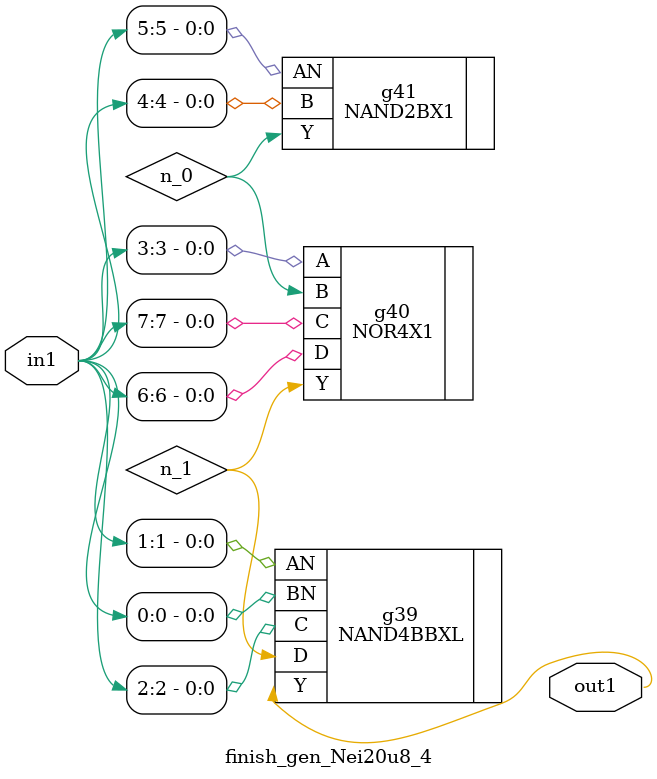
<source format=v>
`timescale 1ps / 1ps


module finish_gen_Nei20u8_4(in1, out1);
  input [7:0] in1;
  output out1;
  wire [7:0] in1;
  wire out1;
  wire n_0, n_1;
  NAND4BBXL g39(.AN (in1[1]), .BN (in1[0]), .C (in1[2]), .D (n_1), .Y
       (out1));
  NOR4X1 g40(.A (in1[3]), .B (n_0), .C (in1[7]), .D (in1[6]), .Y (n_1));
  NAND2BX1 g41(.AN (in1[5]), .B (in1[4]), .Y (n_0));
endmodule


</source>
